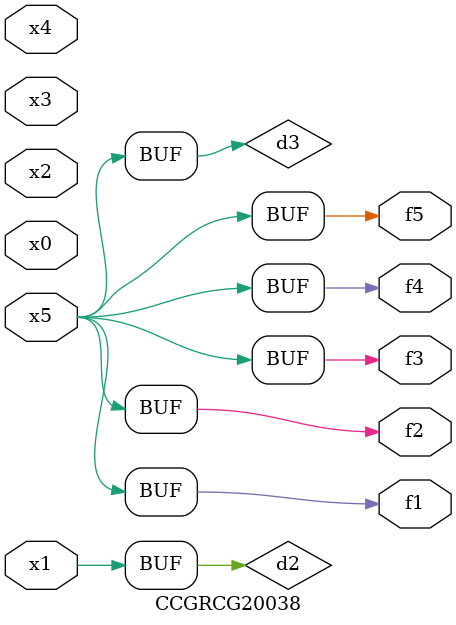
<source format=v>
module CCGRCG20038(
	input x0, x1, x2, x3, x4, x5,
	output f1, f2, f3, f4, f5
);

	wire d1, d2, d3;

	not (d1, x5);
	or (d2, x1);
	xnor (d3, d1);
	assign f1 = d3;
	assign f2 = d3;
	assign f3 = d3;
	assign f4 = d3;
	assign f5 = d3;
endmodule

</source>
